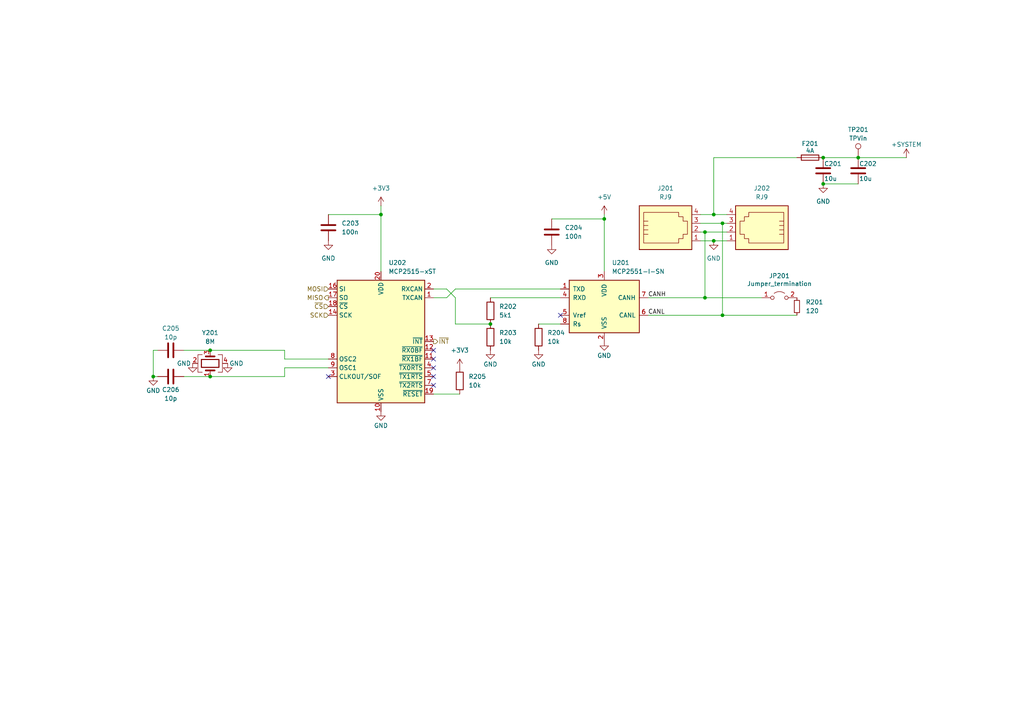
<source format=kicad_sch>
(kicad_sch (version 20231120) (generator "eeschema") (generator_version "8.0")
  (paper "A4")
  (title_block (company "Chalmers EENX16-VT24-27"))
  (lib_symbols
    (symbol "+BATT_1" (power) (pin_numbers hide) (pin_names (offset 0) hide)
      (property "Value" "+BATT" (at 0 3.556 0))
      (symbol "+BATT_1_0_1"
        (polyline (pts (xy -0.762 1.27) (xy 0 2.54)))
        (polyline (pts (xy 0 0) (xy 0 2.54)))
        (polyline (pts (xy 0 2.54) (xy 0.762 1.27)))
      )
      (symbol "+BATT_1_1_1"
        (pin power_in line (at 0 0 90) (length 0) (name "~") (number "1"))
      )
    )
    (symbol "Connector:RJ10" (pin_names (offset 1.016))
      (property "Reference" "J" (at -5.08 8.89 0))
      (property "Value" "RJ10" (at 2.54 8.89 0))
      (symbol "RJ10_0_1"
        (polyline (pts (xy -6.35 -0.635) (xy -5.08 -0.635) (xy -5.08 -0.635)))
        (polyline (pts (xy -6.35 0.635) (xy -5.08 0.635) (xy -5.08 0.635)))
        (polyline (pts (xy -6.35 1.905) (xy -5.08 1.905) (xy -5.08 1.905)))
        (polyline (pts (xy -6.35 3.175) (xy -5.08 3.175) (xy -5.08 3.175)))
        (polyline (pts (xy -6.35 -3.175) (xy -6.35 5.715) (xy -1.27 5.715) (xy 3.81 5.715) (xy 3.81 4.445) (xy 5.08 4.445) (xy 5.08 3.175) (xy 6.35 3.175) (xy 6.35 -0.635) (xy 5.08 -0.635) (xy 5.08 -1.905) (xy 3.81 -1.905) (xy 3.81 -3.175) (xy -6.35 -3.175) (xy -6.35 -3.175)))
        (rectangle (start 7.62 7.62) (end -7.62 -5.08) (stroke (width 0.254)) (fill (type background)))
      )
      (symbol "RJ10_1_1"
        (pin passive line (at 10.16 -2.54 180) (length 2.54) (name "~") (number "1"))
        (pin passive line (at 10.16 0 180) (length 2.54) (name "~") (number "2"))
        (pin passive line (at 10.16 2.54 180) (length 2.54) (name "~") (number "3"))
        (pin passive line (at 10.16 5.08 180) (length 2.54) (name "~") (number "4"))
      )
    )
    (symbol "Connector:TestPoint" (pin_numbers hide) (pin_names (offset 0.762) hide)
      (property "Reference" "TP" (at 0 6.858 0))
      (property "Value" "TestPoint" (at 0 5.08 0))
      (symbol "TestPoint_0_1"
        (circle (center 0 3.302) (radius 0.762))
      )
      (symbol "TestPoint_1_1"
        (pin passive line (at 0 0 90) (length 2.54) (name "1") (number "1"))
      )
    )
    (symbol "Device:C" (pin_numbers hide) (pin_names (offset 0.254))
      (property "Reference" "C" (at 0.635 2.54 0))
      (property "Value" "C" (at 0.635 -2.54 0))
      (symbol "C_0_1"
        (polyline (pts (xy -2.032 -0.762) (xy 2.032 -0.762)) (stroke (width 0.508)))
        (polyline (pts (xy -2.032 0.762) (xy 2.032 0.762)) (stroke (width 0.508)))
      )
      (symbol "C_1_1"
        (pin passive line (at 0 3.81 270) (length 2.794) (name "~") (number "1"))
        (pin passive line (at 0 -3.81 90) (length 2.794) (name "~") (number "2"))
      )
    )
    (symbol "Device:Crystal_GND24" (pin_names (offset 1.016) hide)
      (property "Reference" "Y" (at 3.175 5.08 0))
      (property "Value" "Crystal_GND24" (at 3.175 3.175 0))
      (symbol "Crystal_GND24_0_1"
        (rectangle (start -1.143 2.54) (end 1.143 -2.54) (stroke (width 0.3048)))
        (polyline (pts (xy -2.54 0) (xy -2.032 0)))
        (polyline (pts (xy -2.032 -1.27) (xy -2.032 1.27)) (stroke (width 0.508)))
        (polyline (pts (xy 0 -3.81) (xy 0 -3.556)))
        (polyline (pts (xy 0 3.556) (xy 0 3.81)))
        (polyline (pts (xy 2.032 -1.27) (xy 2.032 1.27)) (stroke (width 0.508)))
        (polyline (pts (xy 2.032 0) (xy 2.54 0)))
        (polyline (pts (xy -2.54 -2.286) (xy -2.54 -3.556) (xy 2.54 -3.556) (xy 2.54 -2.286)))
        (polyline (pts (xy -2.54 2.286) (xy -2.54 3.556) (xy 2.54 3.556) (xy 2.54 2.286)))
      )
      (symbol "Crystal_GND24_1_1"
        (pin passive line (at -3.81 0 0) (length 1.27) (name "1") (number "1"))
        (pin passive line (at 0 5.08 270) (length 1.27) (name "2") (number "2"))
        (pin passive line (at 3.81 0 180) (length 1.27) (name "3") (number "3"))
        (pin passive line (at 0 -5.08 90) (length 1.27) (name "4") (number "4"))
      )
    )
    (symbol "Device:Fuse" (pin_numbers hide) (pin_names (offset 0))
      (property "Reference" "F" (at 2.032 0 90))
      (property "Value" "Fuse" (at -1.905 0 90))
      (symbol "Fuse_0_1"
        (rectangle (start -0.762 -2.54) (end 0.762 2.54) (stroke (width 0.254)))
        (polyline (pts (xy 0 2.54) (xy 0 -2.54)))
      )
      (symbol "Fuse_1_1"
        (pin passive line (at 0 3.81 270) (length 1.27) (name "~") (number "1"))
        (pin passive line (at 0 -3.81 90) (length 1.27) (name "~") (number "2"))
      )
    )
    (symbol "Device:R" (pin_numbers hide) (pin_names (offset 0))
      (property "Reference" "R" (at 2.032 0 90))
      (property "Value" "R" (at 0 0 90))
      (symbol "R_0_1"
        (rectangle (start -1.016 -2.54) (end 1.016 2.54) (stroke (width 0.254)))
      )
      (symbol "R_1_1"
        (pin passive line (at 0 3.81 270) (length 1.27) (name "~") (number "1"))
        (pin passive line (at 0 -3.81 90) (length 1.27) (name "~") (number "2"))
      )
    )
    (symbol "Device:R_Small" (pin_numbers hide) (pin_names (offset 0.254) hide)
      (property "Reference" "R" (at 0.762 0.508 0))
      (property "Value" "R_Small" (at 0.762 -1.016 0))
      (symbol "R_Small_0_1"
        (rectangle (start -0.762 1.778) (end 0.762 -1.778) (stroke (width 0.2032)))
      )
      (symbol "R_Small_1_1"
        (pin passive line (at 0 2.54 270) (length 0.762) (name "~") (number "1"))
        (pin passive line (at 0 -2.54 90) (length 0.762) (name "~") (number "2"))
      )
    )
    (symbol "Interface_CAN_LIN:MCP2515-xST"
      (property "Reference" "U" (at -10.16 19.685 0))
      (property "Value" "MCP2515-xST" (at 19.05 20.32 0))
      (symbol "MCP2515-xST_0_1"
        (rectangle (start -12.7 17.78) (end 12.7 -17.78) (stroke (width 0.254)) (fill (type background)))
      )
      (symbol "MCP2515-xST_1_1"
        (pin output line (at 15.24 12.7 180) (length 2.54) (name "TXCAN") (number "1"))
        (pin power_in line (at 0 -20.32 90) (length 2.54) (name "VSS") (number "10"))
        (pin output line (at 15.24 -5.08 180) (length 2.54) (name "~{RX1BF}") (number "11"))
        (pin output line (at 15.24 -2.54 180) (length 2.54) (name "~{RX0BF}") (number "12"))
        (pin output line (at 15.24 0 180) (length 2.54) (name "~{INT}") (number "13"))
        (pin input line (at -15.24 7.62 0) (length 2.54) (name "SCK") (number "14"))
        (pin no_connect line (at -12.7 -2.54 0) (length 2.54) hide (name "NC") (number "15"))
        (pin input line (at -15.24 15.24 0) (length 2.54) (name "SI") (number "16"))
        (pin output line (at -15.24 12.7 0) (length 2.54) (name "SO") (number "17"))
        (pin input line (at -15.24 10.16 0) (length 2.54) (name "~{CS}") (number "18"))
        (pin input line (at 15.24 -15.24 180) (length 2.54) (name "~{RESET}") (number "19"))
        (pin input line (at 15.24 15.24 180) (length 2.54) (name "RXCAN") (number "2"))
        (pin power_in line (at 0 20.32 270) (length 2.54) (name "VDD") (number "20"))
        (pin output line (at -15.24 -10.16 0) (length 2.54) (name "CLKOUT/SOF") (number "3"))
        (pin input line (at 15.24 -7.62 180) (length 2.54) (name "~{TX0RTS}") (number "4"))
        (pin input line (at 15.24 -10.16 180) (length 2.54) (name "~{TX1RTS}") (number "5"))
        (pin no_connect line (at -12.7 0 0) (length 2.54) hide (name "NC") (number "6"))
        (pin input line (at 15.24 -12.7 180) (length 2.54) (name "~{TX2RTS}") (number "7"))
        (pin output line (at -15.24 -5.08 0) (length 2.54) (name "OSC2") (number "8"))
        (pin input line (at -15.24 -7.62 0) (length 2.54) (name "OSC1") (number "9"))
      )
    )
    (symbol "Interface_CAN_LIN:MCP2551-I-SN" (pin_names (offset 1.016))
      (property "Reference" "U" (at -10.16 8.89 0))
      (property "Value" "MCP2551-I-SN" (at 2.54 8.89 0))
      (symbol "MCP2551-I-SN_0_1"
        (rectangle (start -10.16 7.62) (end 10.16 -7.62) (stroke (width 0.254)) (fill (type background)))
      )
      (symbol "MCP2551-I-SN_1_1"
        (pin input line (at -12.7 5.08 0) (length 2.54) (name "TXD") (number "1"))
        (pin power_in line (at 0 -10.16 90) (length 2.54) (name "VSS") (number "2"))
        (pin power_in line (at 0 10.16 270) (length 2.54) (name "VDD") (number "3"))
        (pin output line (at -12.7 2.54 0) (length 2.54) (name "RXD") (number "4"))
        (pin power_out line (at -12.7 -2.54 0) (length 2.54) (name "Vref") (number "5"))
        (pin bidirectional line (at 12.7 -2.54 180) (length 2.54) (name "CANL") (number "6"))
        (pin bidirectional line (at 12.7 2.54 180) (length 2.54) (name "CANH") (number "7"))
        (pin input line (at -12.7 -5.08 0) (length 2.54) (name "Rs") (number "8"))
      )
    )
    (symbol "Jumper:Jumper_2_Open" (pin_names (offset 0) hide)
      (property "Reference" "JP" (at 0 2.794 0))
      (property "Value" "Jumper_2_Open" (at 0 -2.286 0))
      (symbol "Jumper_2_Open_0_0"
        (circle (center -2.032 0) (radius 0.508))
        (circle (center 2.032 0) (radius 0.508))
      )
      (symbol "Jumper_2_Open_0_1"
        (arc (start 1.524 1.27) (mid 0 1.778) (end -1.524 1.27))
      )
      (symbol "Jumper_2_Open_1_1"
        (pin passive line (at -5.08 0 0) (length 2.54) (name "A") (number "1"))
        (pin passive line (at 5.08 0 180) (length 2.54) (name "B") (number "2"))
      )
    )
    (symbol "power:+3V3" (power) (pin_numbers hide) (pin_names (offset 0) hide)
      (property "Value" "+3V3" (at 0 3.556 0))
      (symbol "+3V3_0_1"
        (polyline (pts (xy -0.762 1.27) (xy 0 2.54)))
        (polyline (pts (xy 0 0) (xy 0 2.54)))
        (polyline (pts (xy 0 2.54) (xy 0.762 1.27)))
      )
      (symbol "+3V3_1_1"
        (pin power_in line (at 0 0 90) (length 0) (name "~") (number "1"))
      )
    )
    (symbol "power:+5V" (power) (pin_numbers hide) (pin_names (offset 0) hide)
      (property "Value" "+5V" (at 0 3.556 0))
      (symbol "+5V_0_1"
        (polyline (pts (xy -0.762 1.27) (xy 0 2.54)))
        (polyline (pts (xy 0 0) (xy 0 2.54)))
        (polyline (pts (xy 0 2.54) (xy 0.762 1.27)))
      )
      (symbol "+5V_1_1"
        (pin power_in line (at 0 0 90) (length 0) (name "~") (number "1"))
      )
    )
    (symbol "power:GND" (power) (pin_names (offset 0))
      (property "Value" "GND" (at 0 -3.81 0))
      (symbol "GND_0_1"
        (polyline (pts (xy 0 0) (xy 0 -1.27) (xy 1.27 -1.27) (xy 0 -2.54) (xy -1.27 -1.27) (xy 0 -1.27)))
      )
      (symbol "GND_1_1"
        (pin power_in line (at 0 0 270) (length 0) hide (name "GND") (number "1"))
      )
    )
  )
  (junction (at 60.96 101.6))
  (junction (at 207.01 69.85))
  (junction (at 238.76 53.34))
  (junction (at 175.26 63.5))
  (junction (at 110.49 62.23))
  (junction (at 209.55 64.77))
  (junction (at 142.24 93.98))
  (junction (at 44.45 109.22))
  (junction (at 207.01 62.23))
  (junction (at 248.92 45.72))
  (junction (at 209.55 91.44))
  (junction (at 204.47 86.36))
  (junction (at 204.47 67.31))
  (junction (at 60.96 109.22))
  (junction (at 238.76 45.72))
  (no_connect (at 125.73 104.14))
  (no_connect (at 125.73 106.68))
  (no_connect (at 125.73 111.76))
  (no_connect (at 162.56 91.44))
  (no_connect (at 95.25 109.22))
  (no_connect (at 125.73 109.22))
  (no_connect (at 125.73 101.6))
  (wire (pts (xy 82.55 106.68) (xy 95.25 106.68)))
  (wire (pts (xy 125.73 83.82) (xy 129.54 83.82)))
  (wire (pts (xy 207.01 45.72) (xy 207.01 62.23)))
  (wire (pts (xy 110.49 62.23) (xy 110.49 78.74)))
  (wire (pts (xy 125.73 114.3) (xy 133.35 114.3)))
  (wire (pts (xy 110.49 59.69) (xy 110.49 62.23)))
  (wire (pts (xy 45.72 109.22) (xy 44.45 109.22)))
  (wire (pts (xy 129.54 83.82) (xy 132.08 86.36)))
  (wire (pts (xy 203.2 62.23) (xy 207.01 62.23)))
  (wire (pts (xy 156.21 93.98) (xy 162.56 93.98)))
  (wire (pts (xy 175.26 63.5) (xy 175.26 78.74)))
  (wire (pts (xy 132.08 83.82) (xy 162.56 83.82)))
  (wire (pts (xy 207.01 45.72) (xy 231.14 45.72)))
  (wire (pts (xy 203.2 67.31) (xy 204.47 67.31)))
  (wire (pts (xy 187.96 86.36) (xy 204.47 86.36)))
  (wire (pts (xy 204.47 67.31) (xy 204.47 86.36)))
  (wire (pts (xy 207.01 62.23) (xy 210.82 62.23)))
  (wire (pts (xy 203.2 64.77) (xy 209.55 64.77)))
  (wire (pts (xy 220.98 86.36) (xy 204.47 86.36)))
  (wire (pts (xy 204.47 67.31) (xy 210.82 67.31)))
  (wire (pts (xy 203.2 69.85) (xy 207.01 69.85)))
  (wire (pts (xy 209.55 91.44) (xy 209.55 64.77)))
  (wire (pts (xy 44.45 101.6) (xy 45.72 101.6)))
  (wire (pts (xy 82.55 101.6) (xy 60.96 101.6)))
  (wire (pts (xy 175.26 62.23) (xy 175.26 63.5)))
  (wire (pts (xy 187.96 91.44) (xy 209.55 91.44)))
  (wire (pts (xy 238.76 45.72) (xy 248.92 45.72)))
  (wire (pts (xy 129.54 86.36) (xy 132.08 83.82)))
  (wire (pts (xy 142.24 86.36) (xy 162.56 86.36)))
  (wire (pts (xy 209.55 91.44) (xy 231.14 91.44)))
  (wire (pts (xy 132.08 93.98) (xy 142.24 93.98)))
  (wire (pts (xy 82.55 109.22) (xy 60.96 109.22)))
  (wire (pts (xy 82.55 106.68) (xy 82.55 109.22)))
  (wire (pts (xy 262.89 45.72) (xy 248.92 45.72)))
  (wire (pts (xy 238.76 53.34) (xy 248.92 53.34)))
  (wire (pts (xy 95.25 62.23) (xy 110.49 62.23)))
  (wire (pts (xy 82.55 104.14) (xy 95.25 104.14)))
  (wire (pts (xy 160.02 63.5) (xy 175.26 63.5)))
  (wire (pts (xy 207.01 69.85) (xy 210.82 69.85)))
  (wire (pts (xy 44.45 109.22) (xy 44.45 101.6)))
  (wire (pts (xy 132.08 86.36) (xy 132.08 93.98)))
  (wire (pts (xy 82.55 104.14) (xy 82.55 101.6)))
  (wire (pts (xy 53.34 109.22) (xy 60.96 109.22)))
  (wire (pts (xy 209.55 64.77) (xy 210.82 64.77)))
  (wire (pts (xy 125.73 86.36) (xy 129.54 86.36)))
  (wire (pts (xy 53.34 101.6) (xy 60.96 101.6)))
  (label "CANL" (at 187.96 91.44 0))
  (label "CANH" (at 187.96 86.36 0))
  (hierarchical_label "~{CS}" (shape input) (at 95.25 88.9 180))
  (hierarchical_label "~{INT}" (shape output) (at 125.73 99.06 0))
  (hierarchical_label "MOSI" (shape input) (at 95.25 83.82 180))
  (hierarchical_label "MISO" (shape output) (at 95.25 86.36 180))
  (hierarchical_label "SCK" (shape input) (at 95.25 91.44 180))
  (symbol (lib_id "power:GND") (at 207.01 69.85 0) (unit 1)
    (property "Reference" "#PWR0206" (effects (hide yes)))
    (property "Value" "GND" (at 207.01 74.93 0))
    (property "Footprint checked" "X" (effects (hide yes)))
  )
  (symbol (lib_id "Interface_CAN_LIN:MCP2515-xST") (at 110.49 99.06 0) (unit 1)
    (property "Reference" "U202" (at 112.6841 76.2 0) (effects (justify left)))
    (property "Value" "MCP2515-xST" (at 112.6841 78.74 0) (effects (justify left)))
    (property "Footprint" "Package_SO:TSSOP-20_4.4x6.5mm_P0.65mm" (effects (hide yes)))
    (property "Datasheet" "https://ww1.microchip.com/downloads/en/DeviceDoc/MCP2515-Stand-Alone-CAN-Controller-with-SPI-20001801J.pdf" (effects (hide yes)))
    (property "ETA" "ETA" (effects (hide yes)))
    (property "Footprint checked" "YES" (effects (hide yes)))
  )
  (symbol (lib_id "Device:R") (at 133.35 110.49 0) (unit 1)
    (property "Reference" "R205" (at 135.89 109.2199 0) (effects (justify left)))
    (property "Value" "10k" (at 135.89 111.7599 0) (effects (justify left)))
    (property "Footprint" "Resistor_SMD:R_0402_1005Metric" (effects (hide yes)))
    (property "Datasheet" "https://www.vishay.com/doc?28773" (effects (hide yes)))
    (property "Description" "Resistor" (effects (hide yes)))
    (property "mouser" "71-CRCW040210K0JNEDC" (effects (hide yes)))
    (property "Footprint checked" "YES" (effects (hide yes)))
  )
  (symbol (lib_id "power:GND") (at 160.02 71.12 0) (unit 1)
    (property "Reference" "#PWR0207" (effects (hide yes)))
    (property "Value" "GND" (at 160.02 76.2 0))
    (property "Description" "Power symbol creates a global label with name \"GND\" , ground" (effects (hide yes)))
    (property "Footprint checked" "X" (effects (hide yes)))
  )
  (symbol (lib_id "power:GND") (at 110.49 119.38 0) (unit 1)
    (property "Reference" "#PWR0215" (effects (hide yes)))
    (property "Value" "GND" (at 110.49 123.444 0))
    (property "Footprint checked" "X" (effects (hide yes)))
  )
  (symbol (lib_id "Device:C") (at 95.25 66.04 0) (unit 1)
    (property "Reference" "C203" (at 99.06 64.7699 0) (effects (justify left)))
    (property "Value" "100n" (at 99.06 67.3099 0) (effects (justify left)))
    (property "Footprint" "Capacitor_SMD:C_0402_1005Metric" (effects (hide yes)))
    (property "Datasheet" "https://www.mouser.se/datasheet/2/281/1/GCM155R71H104KE02_01A-3142168.pdf" (effects (hide yes)))
    (property "Description" "Unpolarized capacitor" (effects (hide yes)))
    (property "REASON" " GCM155R71H104KE02D is out of stock at RS" (effects (hide yes)))
    (property "mouser" "81-GCM155R71H104KE2D" (effects (hide yes)))
    (property "Footprint checked" "YES" (effects (hide yes)))
  )
  (symbol (lib_id "power:GND") (at 175.26 99.06 0) (unit 1)
    (property "Reference" "#PWR0208" (effects (hide yes)))
    (property "Value" "GND" (at 175.26 103.124 0))
    (property "Footprint checked" "X" (effects (hide yes)))
  )
  (symbol (lib_id "Device:C") (at 160.02 67.31 0) (unit 1)
    (property "Reference" "C204" (at 163.83 66.0399 0) (effects (justify left)))
    (property "Value" "100n" (at 163.83 68.5799 0) (effects (justify left)))
    (property "Footprint" "Capacitor_SMD:C_0402_1005Metric" (effects (hide yes)))
    (property "Datasheet" "https://www.mouser.se/datasheet/2/281/1/GCM155R71H104KE02_01A-3142168.pdf" (effects (hide yes)))
    (property "Description" "Unpolarized capacitor" (effects (hide yes)))
    (property "REASON" " GCM155R71H104KE02D is out of stock at RS" (effects (hide yes)))
    (property "mouser" "81-GCM155R71H104KE2D" (effects (hide yes)))
    (property "Footprint checked" "YES" (effects (hide yes)))
  )
  (symbol (lib_id "Device:C") (at 49.53 109.22 90) (unit 1)
    (property "Reference" "C206" (at 49.53 113.03 90))
    (property "Value" "10p" (at 49.53 115.57 90))
    (property "Footprint" "Capacitor_SMD:C_0402_1005Metric" (effects (hide yes)))
    (property "Datasheet" "https://eu.mouser.com/datasheet/2/281/1/GRT1555C2A100JA02_01A-3157828.pdf" (effects (hide yes)))
    (property "mouser" "81-GRT1555C2A100JA2J" (effects (hide yes)))
    (property "Footprint checked" "YES" (effects (hide yes)))
  )
  (symbol (lib_id "Device:R") (at 156.21 97.79 0) (unit 1)
    (property "Reference" "R204" (at 158.75 96.5199 0) (effects (justify left)))
    (property "Value" "10k" (at 158.75 99.0599 0) (effects (justify left)))
    (property "Footprint" "Resistor_SMD:R_0402_1005Metric" (effects (hide yes)))
    (property "Datasheet" "https://www.vishay.com/doc?28773" (effects (hide yes)))
    (property "Description" "Resistor" (effects (hide yes)))
    (property "mouser" "71-CRCW040210K0JNEDC" (effects (hide yes)))
    (property "Footprint checked" "YES" (effects (hide yes)))
  )
  (symbol (lib_id "Device:C") (at 49.53 101.6 90) (unit 1)
    (property "Reference" "C205" (at 49.53 95.25 90))
    (property "Value" "10p" (at 49.53 97.79 90))
    (property "Footprint" "Capacitor_SMD:C_0402_1005Metric" (effects (hide yes)))
    (property "Datasheet" "https://eu.mouser.com/datasheet/2/281/1/GRT1555C2A100JA02_01A-3157828.pdf" (effects (hide yes)))
    (property "mouser" "81-GRT1555C2A100JA2J" (effects (hide yes)))
    (property "Footprint checked" "YES" (effects (hide yes)))
  )
  (symbol (lib_id "power:+3V3") (at 133.35 106.68 0) (unit 1)
    (property "Reference" "#PWR0213" (effects (hide yes)))
    (property "Value" "+3V3" (at 133.35 101.6 0))
    (property "Description" "Power symbol creates a global label with name \"+3V3\"" (effects (hide yes)))
    (property "Footprint checked" "X" (effects (hide yes)))
  )
  (symbol (lib_id "Connector:RJ10") (at 220.98 67.31 0) (mirror y) (unit 1)
    (property "Reference" "J202" (at 220.98 54.61 0))
    (property "Value" "RJ9" (at 220.98 57.15 0))
    (property "Footprint" "Connector_RJ:RJ9_Evercom_5301-440xxx_Horizontal" (effects (hide yes)))
    (property "Datasheet" "https://www.amphenol-cs.com/product/618350441lf.html" (effects (hide yes)))
    (property "Footprint checked" "YES" (effects (hide yes)))
    (property "mouser" "649-61835-0441LF" (effects (hide yes)))
  )
  (symbol (lib_id "Interface_CAN_LIN:MCP2551-I-SN") (at 175.26 88.9 0) (unit 1)
    (property "Reference" "U201" (at 177.4541 76.2 0) (effects (justify left)))
    (property "Value" "MCP2551-I-SN" (at 177.4541 78.74 0) (effects (justify left)))
    (property "Footprint" "Package_SO:SOIC-8_3.9x4.9mm_P1.27mm" (effects (hide yes)))
    (property "Datasheet" "http://ww1.microchip.com/downloads/en/devicedoc/21667d.pdf" (effects (hide yes)))
    (property "Description" "High-Speed CAN Transceiver, 1Mbps, 5V supply, SOIC-8" (effects (hide yes)))
    (property "ETA" "ETA" (effects (hide yes)))
    (property "Footprint checked" "YES" (effects (hide yes)))
  )
  (symbol (lib_id "power:GND") (at 238.76 53.34 0) (unit 1)
    (property "Reference" "#PWR0202" (effects (hide yes)))
    (property "Value" "GND" (at 238.76 58.42 0))
    (property "Footprint checked" "X" (effects (hide yes)))
  )
  (symbol (lib_id "power:GND") (at 55.88 105.41 0) (unit 1)
    (property "Reference" "#PWR0211" (effects (hide yes)))
    (property "Value" "GND" (at 53.34 105.41 0))
    (property "Footprint checked" "X" (effects (hide yes)))
  )
  (symbol (lib_id "Connector:RJ10") (at 193.04 67.31 0) (unit 1)
    (property "Reference" "J201" (at 193.04 54.61 0))
    (property "Value" "RJ9" (at 193.04 57.15 0))
    (property "Footprint" "Connector_RJ:RJ9_Evercom_5301-440xxx_Horizontal" (effects (hide yes)))
    (property "Datasheet" "https://www.amphenol-cs.com/product/618350441lf.html" (effects (hide yes)))
    (property "Footprint checked" "YES" (effects (hide yes)))
    (property "mouser" "649-61835-0441LF" (effects (hide yes)))
  )
  (symbol (lib_id "Device:Fuse") (at 234.95 45.72 90) (unit 1)
    (property "Reference" "F201" (at 234.95 41.656 90))
    (property "Value" "4A" (at 234.95 43.688 90))
    (property "Footprint" "Fuse:Fuse_0603_1608Metric" (effects (hide yes)))
    (property "Datasheet" "https://www.mouser.se/datasheet/2/315/AFA0000C7-1025982.pdf" (effects (hide yes)))
    (property "Description" "Fuse" (effects (hide yes)))
    (property "Footprint checked" "YES" (effects (hide yes)))
    (property "mouser" "667-ERB-RE4R00V" (effects (hide yes)))
  )
  (symbol (lib_id "power:+5V") (at 175.26 62.23 0) (unit 1)
    (property "Reference" "#PWR0204" (effects (hide yes)))
    (property "Value" "+5V" (at 175.26 57.15 0))
    (property "Description" "Power symbol creates a global label with name \"+5V\"" (effects (hide yes)))
    (property "Footprint checked" "X" (effects (hide yes)))
  )
  (symbol (lib_id "power:GND") (at 44.45 109.22 0) (unit 1)
    (property "Reference" "#PWR0214" (effects (hide yes)))
    (property "Value" "GND" (at 44.45 113.284 0))
    (property "Footprint checked" "X" (effects (hide yes)))
  )
  (symbol (lib_id "Connector:TestPoint") (at 248.92 45.72 0) (unit 1)
    (property "Reference" "TP201" (at 248.92 37.592 0))
    (property "Value" "TPVin" (at 248.92 40.132 0))
    (property "Footprint" "TestPoint:TestPoint_Pad_D2.0mm" (effects (hide yes)))
    (property "Datasheet" "X" (effects (hide yes)))
    (property "Description" "test point" (effects (hide yes)))
    (property "Footprint checked" "YES" (effects (hide yes)))
  )
  (symbol (lib_id "power:GND") (at 142.24 101.6 0) (unit 1)
    (property "Reference" "#PWR0209" (effects (hide yes)))
    (property "Value" "GND" (at 142.24 105.664 0))
    (property "Footprint checked" "X" (effects (hide yes)))
  )
  (symbol (lib_id "Device:R") (at 142.24 90.17 0) (unit 1)
    (property "Reference" "R202" (at 144.78 88.8999 0) (effects (justify left)))
    (property "Value" "5k1" (at 144.78 91.4399 0) (effects (justify left)))
    (property "Footprint" "Resistor_SMD:R_0402_1005Metric" (effects (hide yes)))
    (property "Datasheet" "https://www.vishay.com/doc?20035" (effects (hide yes)))
    (property "Description" "Resistor" (effects (hide yes)))
    (property "Footprint checked" "YES" (effects (hide yes)))
    (property "mouser" "71-CRCW0402-5.1K-E3" (effects (hide yes)))
  )
  (symbol (lib_id "power:GND") (at 66.04 105.41 0) (unit 1)
    (property "Reference" "#PWR0212" (effects (hide yes)))
    (property "Value" "GND" (at 68.58 105.41 0))
    (property "Footprint checked" "X" (effects (hide yes)))
  )
  (symbol (lib_id "Device:Crystal_GND24") (at 60.96 105.41 90) (unit 1)
    (property "Reference" "Y201" (at 60.96 96.52 90))
    (property "Value" "8M" (at 60.96 99.06 90))
    (property "Footprint" "Crystal:Crystal_SMD_Abracon_ABM3B-4Pin_5.0x3.2mm" (effects (hide yes)))
    (property "Description" "Four pin crystal, GND on pins 2 and 4" (effects (hide yes)))
    (property "REASON" "ABM3B-8.000MHZ-10-1-U-T  is not sold at RS or elfa" (effects (hide yes)))
    (property "mouser" "815-ABM3B8MHZ101UT" (effects (hide yes)))
    (property "Footprint checked" "YES" (effects (hide yes)))
  )
  (symbol (lib_id "Device:C") (at 248.92 49.53 0) (unit 1)
    (property "Reference" "C202" (at 249.174 47.498 0) (effects (justify left)))
    (property "Value" "10u" (at 249.174 51.816 0) (effects (justify left)))
    (property "Footprint" "Capacitor_SMD:C_0805_2012Metric" (effects (hide yes)))
    (property "Description" "Unpolarized capacitor" (effects (hide yes)))
    (property "mouser" "81-GRM21BR61H106KE3L" (effects (hide yes)))
    (property "Footprint checked" "YES" (effects (hide yes)))
  )
  (symbol (lib_id "Device:R_Small") (at 231.14 88.9 0) (unit 1)
    (property "Reference" "R201" (at 233.68 87.63 0) (effects (justify left)))
    (property "Value" "120" (at 233.68 90.17 0) (effects (justify left)))
    (property "Footprint" "Resistor_SMD:R_0402_1005Metric" (effects (hide yes)))
    (property "Datasheet" "https://www.vishay.com/doc?20035" (effects (hide yes)))
    (property "Footprint checked" "YES" (effects (hide yes)))
    (property "mouser" "71-CRCW0402J-120-E3 " (effects (hide yes)))
  )
  (symbol (lib_id "power:+3V3") (at 110.49 59.69 0) (unit 1)
    (property "Reference" "#PWR0203" (effects (hide yes)))
    (property "Value" "+3V3" (at 110.49 54.61 0))
    (property "Description" "Power symbol creates a global label with name \"+3V3\"" (effects (hide yes)))
    (property "Footprint checked" "X" (effects (hide yes)))
  )
  (symbol (lib_id "Jumper:Jumper_2_Open") (at 226.06 86.36 0) (unit 1)
    (property "Reference" "JP201" (at 226.06 80.01 0))
    (property "Value" "Jumper_termination" (at 226.06 82.296 0))
    (property "Footprint" "Connector_PinHeader_2.54mm:PinHeader_1x02_P2.54mm_Vertical" (effects (hide yes)))
    (property "Datasheet" "X" (effects (hide yes)))
    (property "Description" "Jumper, 2-pole, open" (effects (hide yes)))
    (property "ETA" "ETA" (effects (hide yes)))
    (property "Footprint checked" "YES" (effects (hide yes)))
  )
  (symbol (lib_id "power:GND") (at 156.21 101.6 0) (unit 1)
    (property "Reference" "#PWR0210" (effects (hide yes)))
    (property "Value" "GND" (at 156.21 105.664 0))
    (property "Footprint checked" "X" (effects (hide yes)))
  )
  (symbol (lib_id "Device:R") (at 142.24 97.79 0) (unit 1)
    (property "Reference" "R203" (at 144.78 96.5199 0) (effects (justify left)))
    (property "Value" "10k" (at 144.78 99.0599 0) (effects (justify left)))
    (property "Footprint" "Resistor_SMD:R_0402_1005Metric" (effects (hide yes)))
    (property "Datasheet" "https://www.vishay.com/doc?28773" (effects (hide yes)))
    (property "Description" "Resistor" (effects (hide yes)))
    (property "mouser" "71-CRCW040210K0JNEDC" (effects (hide yes)))
    (property "Footprint checked" "YES" (effects (hide yes)))
  )
  (symbol (lib_id "power:GND") (at 95.25 69.85 0) (unit 1)
    (property "Reference" "#PWR0205" (effects (hide yes)))
    (property "Value" "GND" (at 95.25 74.93 0))
    (property "Description" "Power symbol creates a global label with name \"GND\" , ground" (effects (hide yes)))
    (property "Footprint checked" "X" (effects (hide yes)))
  )
  (symbol (lib_id "Device:C") (at 238.76 49.53 0) (unit 1)
    (property "Reference" "C201" (at 239.014 47.498 0) (effects (justify left)))
    (property "Value" "10u" (at 239.014 51.816 0) (effects (justify left)))
    (property "Footprint" "Capacitor_SMD:C_0805_2012Metric" (effects (hide yes)))
    (property "Description" "Unpolarized capacitor" (effects (hide yes)))
    (property "mouser" "81-GRM21BR61H106KE3L" (effects (hide yes)))
    (property "Footprint checked" "YES" (effects (hide yes)))
  )
  (symbol (lib_name "+BATT_1") (lib_id "power:+BATT") (at 262.89 45.72 0) (unit 1)
    (property "Reference" "#PWR0201" (effects (hide yes)))
    (property "Value" "+SYSTEM" (at 262.89 41.91 0))
    (property "Description" "Power symbol creates a global label with name \"+BATT\"" (effects (hide yes)))
    (property "Footprint checked" "X" (effects (hide yes)))
  )
)
</source>
